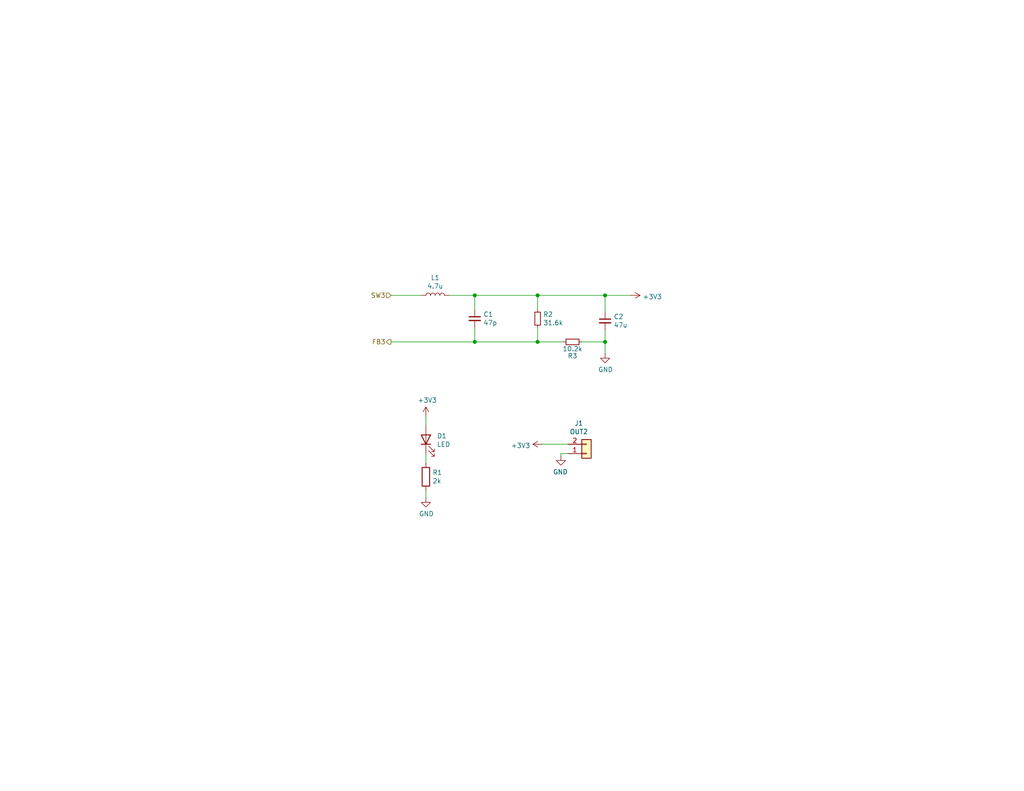
<source format=kicad_sch>
(kicad_sch (version 20211123) (generator eeschema)
  (paper "USLetter")
  (title_block (date "2021-05-26"))
  (lib_symbols
    (symbol "Connector_Generic:Conn_01x02" (pin_names (offset 1.016) hide)
      (property "Reference" "J" (at 0 2.54 0))
      (property "Value" "Conn_01x02" (at 0 -5.08 0))
      (symbol "Conn_01x02_1_1"
        (rectangle (start -1.27 -2.413) (end 0 -2.667) (stroke (width 0.1524)))
        (rectangle (start -1.27 0.127) (end 0 -0.127) (stroke (width 0.1524)))
        (rectangle (start -1.27 1.27) (end 1.27 -3.81) (stroke (width 0.254)) (fill (type background)))
        (pin passive line (at -5.08 0 0) (length 3.81) (name "Pin_1") (number "1"))
        (pin passive line (at -5.08 -2.54 0) (length 3.81) (name "Pin_2") (number "2"))
      )
    )
    (symbol "Device:C_Small" (pin_numbers hide) (pin_names (offset 0.254) hide)
      (property "Reference" "C" (at 0.254 1.778 0))
      (property "Value" "C_Small" (at 0.254 -2.032 0))
      (symbol "C_Small_0_1"
        (polyline (pts (xy -1.524 -0.508) (xy 1.524 -0.508)) (stroke (width 0.3302)))
        (polyline (pts (xy -1.524 0.508) (xy 1.524 0.508)) (stroke (width 0.3048)))
      )
      (symbol "C_Small_1_1"
        (pin passive line (at 0 2.54 270) (length 2.032) (name "~") (number "1"))
        (pin passive line (at 0 -2.54 90) (length 2.032) (name "~") (number "2"))
      )
    )
    (symbol "Device:L" (pin_numbers hide) (pin_names (offset 1.016) hide)
      (property "Reference" "L" (at -1.27 0 90))
      (property "Value" "L" (at 1.905 0 90))
      (symbol "L_0_1"
        (arc (start 0 -2.54) (mid 0.635 -1.905) (end 0 -1.27))
        (arc (start 0 -1.27) (mid 0.635 -0.635) (end 0 0))
        (arc (start 0 0) (mid 0.635 0.635) (end 0 1.27))
        (arc (start 0 1.27) (mid 0.635 1.905) (end 0 2.54))
      )
      (symbol "L_1_1"
        (pin passive line (at 0 3.81 270) (length 1.27) (name "1") (number "1"))
        (pin passive line (at 0 -3.81 90) (length 1.27) (name "2") (number "2"))
      )
    )
    (symbol "Device:LED" (pin_numbers hide) (pin_names (offset 1.016) hide)
      (property "Reference" "D" (at 0 2.54 0))
      (property "Value" "LED" (at 0 -2.54 0))
      (symbol "LED_0_1"
        (polyline (pts (xy -1.27 -1.27) (xy -1.27 1.27)) (stroke (width 0.254)))
        (polyline (pts (xy -1.27 0) (xy 1.27 0)))
        (polyline (pts (xy 1.27 -1.27) (xy 1.27 1.27) (xy -1.27 0) (xy 1.27 -1.27)) (stroke (width 0.254)))
        (polyline (pts (xy -3.048 -0.762) (xy -4.572 -2.286) (xy -3.81 -2.286) (xy -4.572 -2.286) (xy -4.572 -1.524)))
        (polyline (pts (xy -1.778 -0.762) (xy -3.302 -2.286) (xy -2.54 -2.286) (xy -3.302 -2.286) (xy -3.302 -1.524)))
      )
      (symbol "LED_1_1"
        (pin passive line (at -3.81 0 0) (length 2.54) (name "K") (number "1"))
        (pin passive line (at 3.81 0 180) (length 2.54) (name "A") (number "2"))
      )
    )
    (symbol "Device:R" (pin_numbers hide) (pin_names (offset 0))
      (property "Reference" "R" (at 2.032 0 90))
      (property "Value" "R" (at 0 0 90))
      (symbol "R_0_1"
        (rectangle (start -1.016 -2.54) (end 1.016 2.54) (stroke (width 0.254)))
      )
      (symbol "R_1_1"
        (pin passive line (at 0 3.81 270) (length 1.27) (name "~") (number "1"))
        (pin passive line (at 0 -3.81 90) (length 1.27) (name "~") (number "2"))
      )
    )
    (symbol "Device:R_Small" (pin_numbers hide) (pin_names (offset 0.254) hide)
      (property "Reference" "R" (at 0.762 0.508 0))
      (property "Value" "R_Small" (at 0.762 -1.016 0))
      (symbol "R_Small_0_1"
        (rectangle (start -0.762 1.778) (end 0.762 -1.778) (stroke (width 0.2032)))
      )
      (symbol "R_Small_1_1"
        (pin passive line (at 0 2.54 270) (length 0.762) (name "~") (number "1"))
        (pin passive line (at 0 -2.54 90) (length 0.762) (name "~") (number "2"))
      )
    )
    (symbol "power:+3V3" (power) (pin_names (offset 0))
      (property "Value" "+3V3" (at 0 3.556 0))
      (symbol "+3V3_0_1"
        (polyline (pts (xy -0.762 1.27) (xy 0 2.54)))
        (polyline (pts (xy 0 0) (xy 0 2.54)))
        (polyline (pts (xy 0 2.54) (xy 0.762 1.27)))
      )
      (symbol "+3V3_1_1"
        (pin power_in line (at 0 0 90) (length 0) hide (name "+3V3") (number "1"))
      )
    )
    (symbol "power:GND" (power) (pin_names (offset 0))
      (property "Value" "GND" (at 0 -3.81 0))
      (symbol "GND_0_1"
        (polyline (pts (xy 0 0) (xy 0 -1.27) (xy 1.27 -1.27) (xy 0 -2.54) (xy -1.27 -1.27) (xy 0 -1.27)))
      )
      (symbol "GND_1_1"
        (pin power_in line (at 0 0 270) (length 0) hide (name "GND") (number "1"))
      )
    )
  )
  (junction (at 165.1 80.645))
  (junction (at 146.685 80.645))
  (junction (at 165.1 93.345))
  (junction (at 146.685 93.345))
  (junction (at 129.54 80.645))
  (junction (at 129.54 93.345))
  (wire (pts (xy 146.685 84.455) (xy 146.685 80.645)))
  (wire (pts (xy 116.205 123.825) (xy 116.205 126.365)))
  (wire (pts (xy 154.94 123.825) (xy 153.035 123.825)))
  (wire (pts (xy 116.205 133.985) (xy 116.205 135.89)))
  (wire (pts (xy 129.54 84.455) (xy 129.54 80.645)))
  (wire (pts (xy 106.68 80.645) (xy 114.935 80.645)))
  (wire (pts (xy 165.1 93.345) (xy 165.1 90.17)))
  (wire (pts (xy 129.54 93.345) (xy 146.685 93.345)))
  (wire (pts (xy 158.75 93.345) (xy 165.1 93.345)))
  (wire (pts (xy 165.1 96.52) (xy 165.1 93.345)))
  (wire (pts (xy 129.54 89.535) (xy 129.54 93.345)))
  (wire (pts (xy 146.685 89.535) (xy 146.685 93.345)))
  (wire (pts (xy 153.035 123.825) (xy 153.035 124.46)))
  (wire (pts (xy 165.1 85.09) (xy 165.1 80.645)))
  (wire (pts (xy 116.205 113.665) (xy 116.205 116.205)))
  (wire (pts (xy 129.54 80.645) (xy 146.685 80.645)))
  (wire (pts (xy 106.68 93.345) (xy 129.54 93.345)))
  (wire (pts (xy 165.1 80.645) (xy 146.685 80.645)))
  (wire (pts (xy 153.67 93.345) (xy 146.685 93.345)))
  (wire (pts (xy 154.94 121.285) (xy 147.955 121.285)))
  (wire (pts (xy 172.085 80.645) (xy 165.1 80.645)))
  (wire (pts (xy 122.555 80.645) (xy 129.54 80.645)))
  (hierarchical_label "SW3" (shape input) (at 106.68 80.645 180))
  (hierarchical_label "FB3" (shape output) (at 106.68 93.345 180))
  (symbol (lib_id "Connector_Generic:Conn_01x02") (at 160.02 123.825 0) (mirror x) (unit 1)
    (property "Reference" "J1" (at 157.9372 115.57 0))
    (property "Value" "OUT2" (at 157.9372 117.8814 0))
    (property "Footprint" "TerminalBlock_Phoenix:TerminalBlock_Phoenix_MKDS-1,5-2_1x02_P5.00mm_Horizontal" (effects hide))
  )
  (symbol (lib_id "power:+3V3") (at 147.955 121.285 90) (mirror x) (unit 1)
    (property "Reference" "#PWR0101" (effects hide))
    (property "Value" "+3V3" (at 144.7038 121.666 90) (effects (justify left)))
  )
  (symbol (lib_id "power:GND") (at 153.035 124.46 0) (mirror y) (unit 1)
    (property "Reference" "#PWR0102" (effects hide))
    (property "Value" "GND" (at 152.908 128.8542 0))
  )
  (symbol (lib_id "power:+3V3") (at 116.205 113.665 0) (unit 1)
    (property "Reference" "#PWR0103" (effects hide))
    (property "Value" "+3V3" (at 116.586 109.2708 0))
  )
  (symbol (lib_id "Device:LED") (at 116.205 120.015 90) (unit 1)
    (property "Reference" "D1" (at 119.2022 119.0244 90) (effects (justify right)))
    (property "Value" "LED" (at 119.2022 121.3358 90) (effects (justify right)))
    (property "Footprint" "LED_SMD:LED_0805_2012Metric" (effects hide))
  )
  (symbol (lib_id "Device:R") (at 116.205 130.175 0) (unit 1)
    (property "Reference" "R1" (at 117.983 129.0066 0) (effects (justify left)))
    (property "Value" "2k" (at 117.983 131.318 0) (effects (justify left)))
    (property "Footprint" "Resistor_SMD:R_0805_2012Metric" (effects hide))
  )
  (symbol (lib_id "power:GND") (at 116.205 135.89 0) (unit 1)
    (property "Reference" "#PWR0104" (effects hide))
    (property "Value" "GND" (at 116.332 140.2842 0))
  )
  (symbol (lib_id "Device:L") (at 118.745 80.645 90) (unit 1)
    (property "Reference" "L1" (at 118.745 75.819 90))
    (property "Value" "4.7u" (at 118.745 78.1304 90))
    (property "Footprint" "LT3514:MSS6132" (effects hide))
  )
  (symbol (lib_id "Device:C_Small") (at 165.1 87.63 0) (unit 1)
    (property "Reference" "C2" (at 167.4368 86.4616 0) (effects (justify left)))
    (property "Value" "47u" (at 167.4368 88.773 0) (effects (justify left)))
    (property "Footprint" "Capacitor_SMD:C_0805_2012Metric" (effects hide))
  )
  (symbol (lib_id "Device:R_Small") (at 146.685 86.995 180) (unit 1)
    (property "Reference" "R2" (at 148.1836 85.8266 0) (effects (justify right)))
    (property "Value" "31.6k" (at 148.1836 88.138 0) (effects (justify right)))
    (property "Footprint" "Resistor_SMD:R_0805_2012Metric" (effects hide))
  )
  (symbol (lib_id "Device:R_Small") (at 156.21 93.345 270) (unit 1)
    (property "Reference" "R3" (at 156.21 97.155 90))
    (property "Value" "10.2k" (at 156.21 95.25 90))
    (property "Footprint" "Resistor_SMD:R_0805_2012Metric" (effects hide))
  )
  (symbol (lib_id "Device:C_Small") (at 129.54 86.995 0) (unit 1)
    (property "Reference" "C1" (at 131.8768 85.8266 0) (effects (justify left)))
    (property "Value" "47p" (at 131.8768 88.138 0) (effects (justify left)))
    (property "Footprint" "Capacitor_SMD:C_0805_2012Metric" (effects hide))
  )
  (symbol (lib_id "power:GND") (at 165.1 96.52 0) (unit 1)
    (property "Reference" "#PWR0105" (effects hide))
    (property "Value" "GND" (at 165.227 100.9142 0))
  )
  (symbol (lib_id "power:+3V3") (at 172.085 80.645 270) (unit 1)
    (property "Reference" "#PWR0106" (effects hide))
    (property "Value" "+3V3" (at 175.3362 81.026 90) (effects (justify left)))
  )
)
</source>
